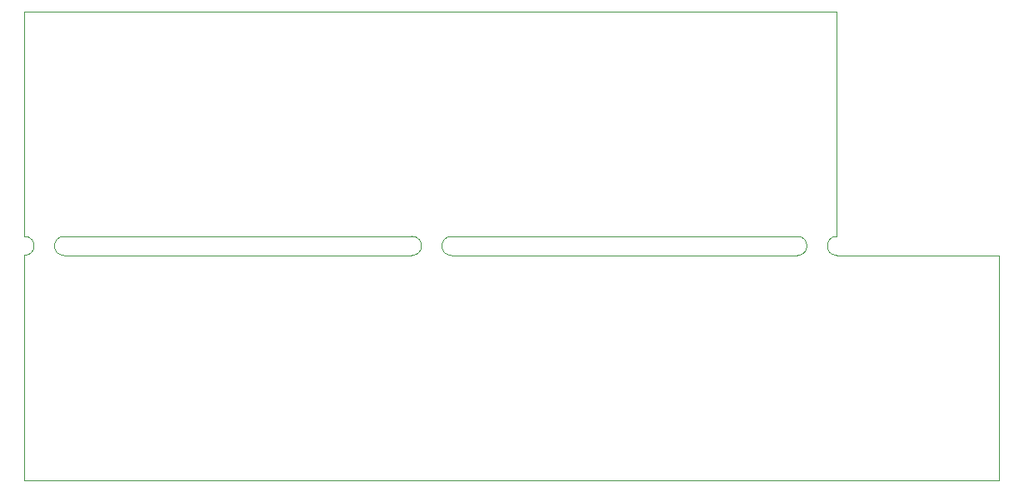
<source format=gbr>
G04 #@! TF.GenerationSoftware,KiCad,Pcbnew,8.0.2*
G04 #@! TF.CreationDate,2025-05-17T16:19:13-07:00*
G04 #@! TF.ProjectId,Exits-1U,45786974-732d-4315-952e-6b696361645f,2.1*
G04 #@! TF.SameCoordinates,Original*
G04 #@! TF.FileFunction,Profile,NP*
%FSLAX46Y46*%
G04 Gerber Fmt 4.6, Leading zero omitted, Abs format (unit mm)*
G04 Created by KiCad (PCBNEW 8.0.2) date 2025-05-17 16:19:13*
%MOMM*%
%LPD*%
G01*
G04 APERTURE LIST*
G04 #@! TA.AperFunction,Profile*
%ADD10C,0.025400*%
G04 #@! TD*
G04 APERTURE END LIST*
D10*
X134620000Y-127000000D02*
G75*
G02*
X134620000Y-125069600I0J965200D01*
G01*
X52070000Y-102209600D02*
X134620000Y-102209600D01*
X134620000Y-127000000D02*
X151130000Y-127000000D01*
X91440000Y-125069600D02*
G75*
G02*
X91440000Y-127000000I0J-965200D01*
G01*
X52070000Y-149860000D02*
X52070000Y-127000000D01*
X95453200Y-127000000D02*
X130606800Y-127000000D01*
X151130000Y-149860000D02*
X52070000Y-149860000D01*
X130606800Y-125069600D02*
G75*
G02*
X130606800Y-127000000I0J-965200D01*
G01*
X134620000Y-125069600D02*
X134620000Y-102209600D01*
X56083200Y-127000000D02*
G75*
G02*
X56083200Y-125069600I0J965200D01*
G01*
X56083200Y-125069600D02*
X91440000Y-125069600D01*
X151130000Y-127000000D02*
X151130000Y-149860000D01*
X52070000Y-125069600D02*
G75*
G02*
X52070000Y-127000000I0J-965200D01*
G01*
X95453200Y-127000000D02*
G75*
G02*
X95453200Y-125069600I0J965200D01*
G01*
X95453200Y-125069600D02*
X130606800Y-125069600D01*
X56083200Y-127000000D02*
X91440000Y-127000000D01*
X52070000Y-125069600D02*
X52070000Y-102209600D01*
M02*

</source>
